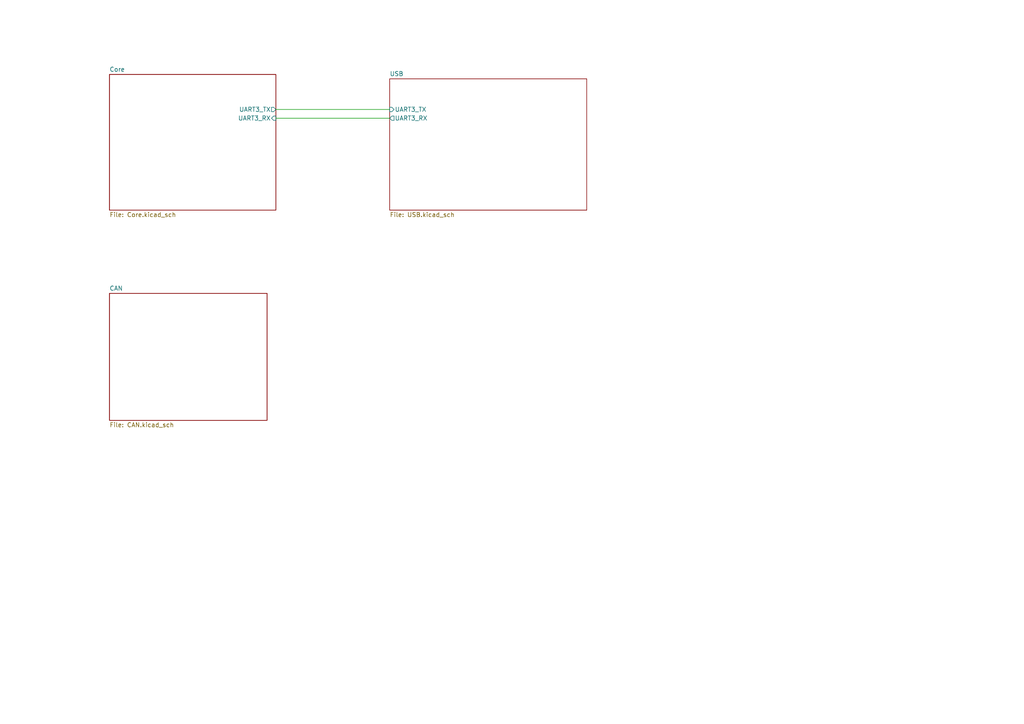
<source format=kicad_sch>
(kicad_sch (version 20230121) (generator eeschema)
  (paper "A4")
  (lib_symbols)
  (wire (pts (xy 80.01 34.29) (xy 113.03 34.29)))
  (wire (pts (xy 80.01 31.75) (xy 113.03 31.75)))
  (sheet (at 31.75 85.09) (size 45.72 36.83) (stroke (width 0.1524))
    (property "Sheetname" "CAN" (at 31.75 84.3784 0) (effects (justify left bottom)))
    (property "Sheetfile" "CAN.kicad_sch" (at 31.75 122.5046 0) (effects (justify left top)))
  )
  (sheet (at 113.03 22.86) (size 57.15 38.1) (stroke (width 0.1524))
    (property "Sheetname" "USB" (at 113.03 22.1484 0) (effects (justify left bottom)))
    (property "Sheetfile" "USB.kicad_sch" (at 113.03 61.5446 0) (effects (justify left top)))
    (pin "UART3_RX" output (at 113.03 34.29 180))
    (pin "UART3_TX" input (at 113.03 31.75 180))
  )
  (sheet (at 31.75 21.59) (size 48.26 39.37) (stroke (width 0.1524))
    (property "Sheetname" "Core" (at 31.75 20.8784 0) (effects (justify left bottom)))
    (property "Sheetfile" "Core.kicad_sch" (at 31.75 61.5446 0) (effects (justify left top)))
    (pin "UART3_RX" input (at 80.01 34.29 0))
    (pin "UART3_TX" output (at 80.01 31.75 0))
  )
)
</source>
